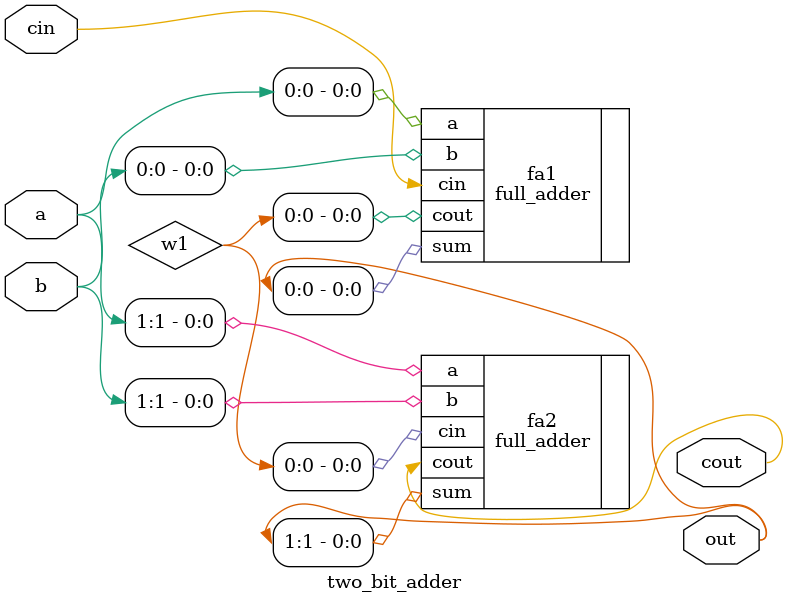
<source format=v>
module two_bit_adder(a,b,cin,out,cout);
	input [0:1] a,b;
	input cin;
	output [0:1] out;
	output cout;
	wire[0:1] w1;
	full_adder fa1(.a(a[0]),.b(b[0]),.cin(cin),.cout(w1[0]),.sum(out[0]));
	full_adder fa2(.a(a[1]),.b(b[1]),.cin(w1[0]),.cout(cout),.sum(out[1]));
endmodule

</source>
